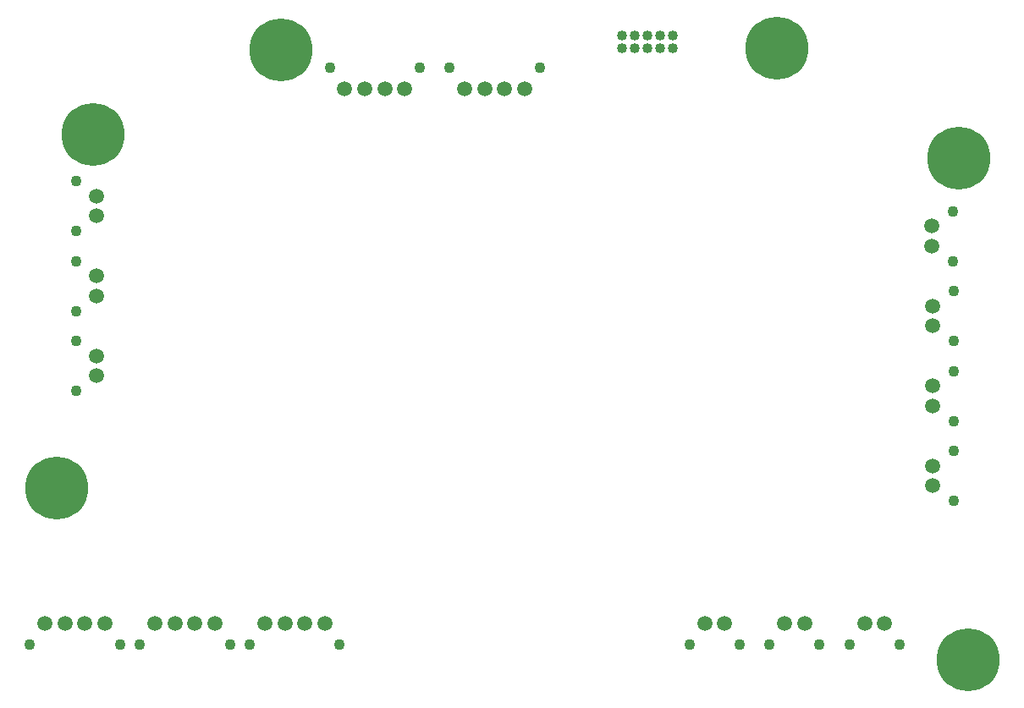
<source format=gbs>
%FSLAX46Y46*%
G04 Gerber Fmt 4.6, Leading zero omitted, Abs format (unit mm)*
G04 Created by KiCad (PCBNEW (2014-jan-25)-product) date Thu 31 Jul 2014 17:25:59 BST*
%MOMM*%
G01*
G04 APERTURE LIST*
%ADD10C,0.100000*%
%ADD11C,1.016000*%
%ADD12C,6.300000*%
%ADD13C,0.600000*%
%ADD14C,1.500000*%
%ADD15C,1.100000*%
G04 APERTURE END LIST*
D10*
D11*
X65800000Y-2930000D03*
X65800000Y-4200000D03*
X64530000Y-2930000D03*
X64530000Y-4200000D03*
X63260000Y-2930000D03*
X63260000Y-4200000D03*
X61990000Y-2930000D03*
X61990000Y-4200000D03*
X60720000Y-2930000D03*
X60720000Y-4200000D03*
D12*
X4200000Y-48200000D03*
D13*
X4200000Y-45700000D03*
X6700000Y-48200000D03*
X4200000Y-50700000D03*
X1700000Y-48200000D03*
X2400000Y-46400000D03*
X6000000Y-46400000D03*
X2400000Y-50000000D03*
X6000000Y-50000000D03*
D12*
X26600000Y-4400000D03*
D13*
X26600000Y-1900000D03*
X29100000Y-4400000D03*
X26600000Y-6900000D03*
X24100000Y-4400000D03*
X24800000Y-2600000D03*
X28400000Y-2600000D03*
X24800000Y-6200000D03*
X28400000Y-6200000D03*
D12*
X76200000Y-4200000D03*
D13*
X76200000Y-1700000D03*
X78700000Y-4200000D03*
X76200000Y-6700000D03*
X73700000Y-4200000D03*
X74400000Y-2400000D03*
X78000000Y-2400000D03*
X74400000Y-6000000D03*
X78000000Y-6000000D03*
D12*
X95400000Y-65400000D03*
D13*
X95400000Y-62900000D03*
X97900000Y-65400000D03*
X95400000Y-67900000D03*
X92900000Y-65400000D03*
X93600000Y-63600000D03*
X97200000Y-63600000D03*
X93600000Y-67200000D03*
X97200000Y-67200000D03*
D12*
X94400000Y-15200000D03*
D13*
X94400000Y-12700000D03*
X96900000Y-15200000D03*
X94400000Y-17700000D03*
X91900000Y-15200000D03*
X92600000Y-13400000D03*
X96200000Y-13400000D03*
X92600000Y-17000000D03*
X96200000Y-17000000D03*
D12*
X7800000Y-12800000D03*
D13*
X7800000Y-10300000D03*
X10300000Y-12800000D03*
X7800000Y-15300000D03*
X5300000Y-12800000D03*
X6000000Y-11000000D03*
X9600000Y-11000000D03*
X6000000Y-14600000D03*
X9600000Y-14600000D03*
D14*
X8200000Y-37000000D03*
X8200000Y-35000000D03*
D15*
X6100000Y-38500000D03*
X6100000Y-33500000D03*
D14*
X8200000Y-29000000D03*
X8200000Y-27000000D03*
D15*
X6100000Y-30500000D03*
X6100000Y-25500000D03*
D14*
X8200000Y-21000000D03*
X8200000Y-19000000D03*
D15*
X6100000Y-22500000D03*
X6100000Y-17500000D03*
D14*
X87000000Y-61800000D03*
X85000000Y-61800000D03*
D15*
X88500000Y-63900000D03*
X83500000Y-63900000D03*
D14*
X79000000Y-61800000D03*
X77000000Y-61800000D03*
D15*
X80500000Y-63900000D03*
X75500000Y-63900000D03*
D14*
X71000000Y-61800000D03*
X69000000Y-61800000D03*
D15*
X72500000Y-63900000D03*
X67500000Y-63900000D03*
D14*
X91750000Y-22000000D03*
X91750000Y-24000000D03*
D15*
X93850000Y-20500000D03*
X93850000Y-25500000D03*
D14*
X91800000Y-38000000D03*
X91800000Y-40000000D03*
D15*
X93900000Y-36500000D03*
X93900000Y-41500000D03*
D14*
X91800000Y-46000000D03*
X91800000Y-48000000D03*
D15*
X93900000Y-44500000D03*
X93900000Y-49500000D03*
D14*
X91800000Y-30000000D03*
X91800000Y-32000000D03*
D15*
X93900000Y-28500000D03*
X93900000Y-33500000D03*
D14*
X45000000Y-8250000D03*
X47000000Y-8250000D03*
X49000000Y-8250000D03*
X51000000Y-8250000D03*
D15*
X43500000Y-6150000D03*
X52500000Y-6150000D03*
D14*
X33000000Y-8250000D03*
X35000000Y-8250000D03*
X37000000Y-8250000D03*
X39000000Y-8250000D03*
D15*
X31500000Y-6150000D03*
X40500000Y-6150000D03*
D14*
X31000000Y-61750000D03*
X29000000Y-61750000D03*
X27000000Y-61750000D03*
X25000000Y-61750000D03*
D15*
X32500000Y-63850000D03*
X23500000Y-63850000D03*
D14*
X20000000Y-61750000D03*
X18000000Y-61750000D03*
X16000000Y-61750000D03*
X14000000Y-61750000D03*
D15*
X21500000Y-63850000D03*
X12500000Y-63850000D03*
D14*
X9000000Y-61750000D03*
X7000000Y-61750000D03*
X5000000Y-61750000D03*
X3000000Y-61750000D03*
D15*
X10500000Y-63850000D03*
X1500000Y-63850000D03*
M02*

</source>
